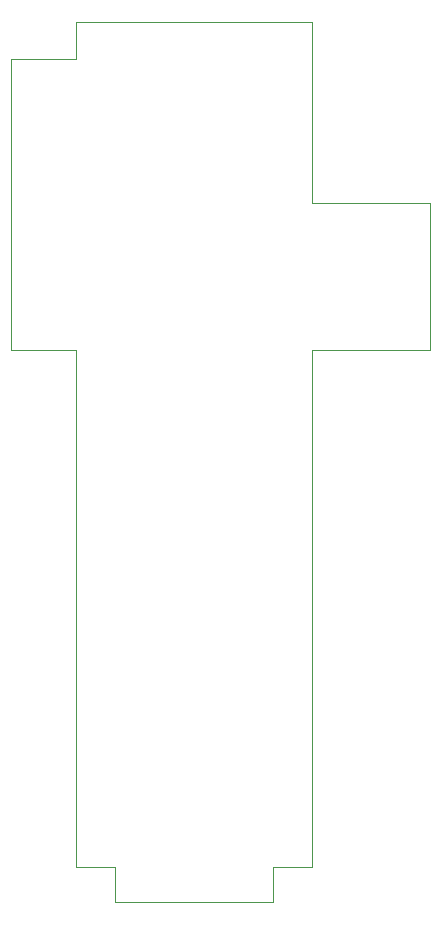
<source format=gm1>
G04 #@! TF.GenerationSoftware,KiCad,Pcbnew,8.0.7*
G04 #@! TF.CreationDate,2025-08-07T07:41:48-04:00*
G04 #@! TF.ProjectId,room_environment_monitor,726f6f6d-5f65-46e7-9669-726f6e6d656e,rev?*
G04 #@! TF.SameCoordinates,Original*
G04 #@! TF.FileFunction,Profile,NP*
%FSLAX46Y46*%
G04 Gerber Fmt 4.6, Leading zero omitted, Abs format (unit mm)*
G04 Created by KiCad (PCBNEW 8.0.7) date 2025-08-07 07:41:48*
%MOMM*%
%LPD*%
G01*
G04 APERTURE LIST*
G04 #@! TA.AperFunction,Profile*
%ADD10C,0.100000*%
G04 #@! TD*
G04 APERTURE END LIST*
D10*
X120000000Y-70000000D02*
X120000000Y-85250000D01*
X103300000Y-144500000D02*
X103300000Y-141500000D01*
X120000000Y-85250000D02*
X130000000Y-85250000D01*
X100000000Y-70000000D02*
X120000000Y-70000000D01*
X100000000Y-73100000D02*
X100000000Y-70000000D01*
X100000000Y-97750000D02*
X94500000Y-97750000D01*
X120000000Y-97750000D02*
X120000000Y-141500000D01*
X130000000Y-85250000D02*
X130000000Y-97750000D01*
X116700000Y-144500000D02*
X103300000Y-144500000D01*
X103300000Y-141500000D02*
X100000000Y-141500000D01*
X116700000Y-141500000D02*
X116700000Y-144500000D01*
X100000000Y-141500000D02*
X100000000Y-97750000D01*
X130000000Y-97750000D02*
X120000000Y-97750000D01*
X94500000Y-73100000D02*
X100000000Y-73100000D01*
X94500000Y-73100000D02*
X94500000Y-97750000D01*
X120000000Y-141500000D02*
X116700000Y-141500000D01*
M02*

</source>
